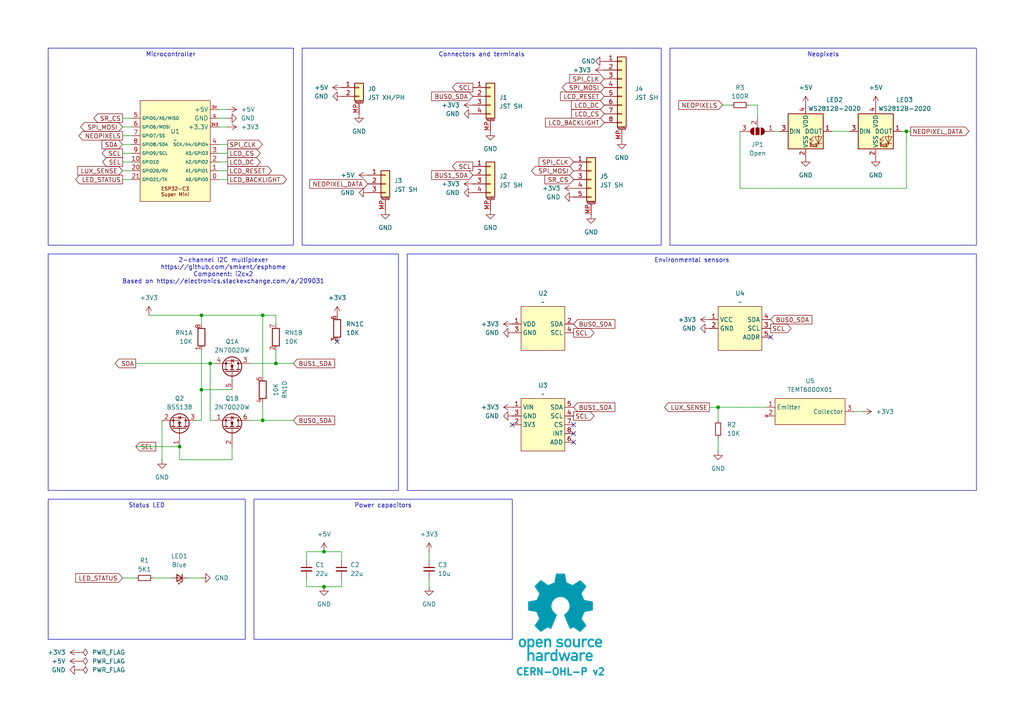
<source format=kicad_sch>
(kicad_sch (version 20231120) (generator "eeschema") (generator_version "8.0")
  (paper "A4")
  (lib_symbols
    (symbol "Connector_Generic_MountingPin:Conn_01x02_MountingPin" (pin_names (offset 1.016) hide)
      (property "Reference" "J" (at 0 2.54 0))
      (property "Value" "Conn_01x02_MountingPin" (at 1.27 -5.08 0))
      (symbol "Conn_01x02_MountingPin_1_1"
        (rectangle (start -1.27 -2.413) (end 0 -2.667) (stroke (width 0.1524)))
        (rectangle (start -1.27 0.127) (end 0 -0.127) (stroke (width 0.1524)))
        (rectangle (start -1.27 1.27) (end 1.27 -3.81) (stroke (width 0.254)) (fill (type background)))
        (polyline (pts (xy -1.016 -4.572) (xy 1.016 -4.572)) (stroke (width 0.1524)))
        (text "Mounting" (at 0 -4.191 0) (effects (font (size 0.381 0.381))))
        (pin passive line (at -5.08 0 0) (length 3.81) (name "Pin_1") (number "1"))
        (pin passive line (at -5.08 -2.54 0) (length 3.81) (name "Pin_2") (number "2"))
        (pin passive line (at 0 -7.62 90) (length 3.048) (name "MountPin") (number "MP"))
      )
    )
    (symbol "Connector_Generic_MountingPin:Conn_01x03_MountingPin" (pin_names (offset 1.016) hide)
      (property "Reference" "J" (at 0 5.08 0))
      (property "Value" "Conn_01x03_MountingPin" (at 1.27 -5.08 0))
      (symbol "Conn_01x03_MountingPin_1_1"
        (rectangle (start -1.27 -2.413) (end 0 -2.667) (stroke (width 0.1524)))
        (rectangle (start -1.27 0.127) (end 0 -0.127) (stroke (width 0.1524)))
        (rectangle (start -1.27 2.667) (end 0 2.413) (stroke (width 0.1524)))
        (rectangle (start -1.27 3.81) (end 1.27 -3.81) (stroke (width 0.254)) (fill (type background)))
        (polyline (pts (xy -1.016 -4.572) (xy 1.016 -4.572)) (stroke (width 0.1524)))
        (text "Mounting" (at 0 -4.191 0) (effects (font (size 0.381 0.381))))
        (pin passive line (at -5.08 2.54 0) (length 3.81) (name "Pin_1") (number "1"))
        (pin passive line (at -5.08 0 0) (length 3.81) (name "Pin_2") (number "2"))
        (pin passive line (at -5.08 -2.54 0) (length 3.81) (name "Pin_3") (number "3"))
        (pin passive line (at 0 -7.62 90) (length 3.048) (name "MountPin") (number "MP"))
      )
    )
    (symbol "Connector_Generic_MountingPin:Conn_01x04_MountingPin" (pin_names (offset 1.016) hide)
      (property "Reference" "J" (at 0 5.08 0))
      (property "Value" "Conn_01x04_MountingPin" (at 1.27 -7.62 0))
      (symbol "Conn_01x04_MountingPin_1_1"
        (rectangle (start -1.27 -4.953) (end 0 -5.207) (stroke (width 0.1524)))
        (rectangle (start -1.27 -2.413) (end 0 -2.667) (stroke (width 0.1524)))
        (rectangle (start -1.27 0.127) (end 0 -0.127) (stroke (width 0.1524)))
        (rectangle (start -1.27 2.667) (end 0 2.413) (stroke (width 0.1524)))
        (rectangle (start -1.27 3.81) (end 1.27 -6.35) (stroke (width 0.254)) (fill (type background)))
        (polyline (pts (xy -1.016 -7.112) (xy 1.016 -7.112)) (stroke (width 0.1524)))
        (text "Mounting" (at 0 -6.731 0) (effects (font (size 0.381 0.381))))
        (pin passive line (at -5.08 2.54 0) (length 3.81) (name "Pin_1") (number "1"))
        (pin passive line (at -5.08 0 0) (length 3.81) (name "Pin_2") (number "2"))
        (pin passive line (at -5.08 -2.54 0) (length 3.81) (name "Pin_3") (number "3"))
        (pin passive line (at -5.08 -5.08 0) (length 3.81) (name "Pin_4") (number "4"))
        (pin passive line (at 0 -10.16 90) (length 3.048) (name "MountPin") (number "MP"))
      )
    )
    (symbol "Connector_Generic_MountingPin:Conn_01x05_MountingPin" (pin_names (offset 1.016) hide)
      (property "Reference" "J" (at 0 7.62 0))
      (property "Value" "Conn_01x05_MountingPin" (at 1.27 -7.62 0))
      (symbol "Conn_01x05_MountingPin_1_1"
        (rectangle (start -1.27 -4.953) (end 0 -5.207) (stroke (width 0.1524)))
        (rectangle (start -1.27 -2.413) (end 0 -2.667) (stroke (width 0.1524)))
        (rectangle (start -1.27 0.127) (end 0 -0.127) (stroke (width 0.1524)))
        (rectangle (start -1.27 2.667) (end 0 2.413) (stroke (width 0.1524)))
        (rectangle (start -1.27 5.207) (end 0 4.953) (stroke (width 0.1524)))
        (rectangle (start -1.27 6.35) (end 1.27 -6.35) (stroke (width 0.254)) (fill (type background)))
        (polyline (pts (xy -1.016 -7.112) (xy 1.016 -7.112)) (stroke (width 0.1524)))
        (text "Mounting" (at 0 -6.731 0) (effects (font (size 0.381 0.381))))
        (pin passive line (at -5.08 5.08 0) (length 3.81) (name "Pin_1") (number "1"))
        (pin passive line (at -5.08 2.54 0) (length 3.81) (name "Pin_2") (number "2"))
        (pin passive line (at -5.08 0 0) (length 3.81) (name "Pin_3") (number "3"))
        (pin passive line (at -5.08 -2.54 0) (length 3.81) (name "Pin_4") (number "4"))
        (pin passive line (at -5.08 -5.08 0) (length 3.81) (name "Pin_5") (number "5"))
        (pin passive line (at 0 -10.16 90) (length 3.048) (name "MountPin") (number "MP"))
      )
    )
    (symbol "Connector_Generic_MountingPin:Conn_01x08_MountingPin" (pin_names (offset 1.016) hide)
      (property "Reference" "J" (at 0 10.16 0))
      (property "Value" "Conn_01x08_MountingPin" (at 1.27 -12.7 0))
      (symbol "Conn_01x08_MountingPin_1_1"
        (rectangle (start -1.27 -10.033) (end 0 -10.287) (stroke (width 0.1524)))
        (rectangle (start -1.27 -7.493) (end 0 -7.747) (stroke (width 0.1524)))
        (rectangle (start -1.27 -4.953) (end 0 -5.207) (stroke (width 0.1524)))
        (rectangle (start -1.27 -2.413) (end 0 -2.667) (stroke (width 0.1524)))
        (rectangle (start -1.27 0.127) (end 0 -0.127) (stroke (width 0.1524)))
        (rectangle (start -1.27 2.667) (end 0 2.413) (stroke (width 0.1524)))
        (rectangle (start -1.27 5.207) (end 0 4.953) (stroke (width 0.1524)))
        (rectangle (start -1.27 7.747) (end 0 7.493) (stroke (width 0.1524)))
        (rectangle (start -1.27 8.89) (end 1.27 -11.43) (stroke (width 0.254)) (fill (type background)))
        (polyline (pts (xy -1.016 -12.192) (xy 1.016 -12.192)) (stroke (width 0.1524)))
        (text "Mounting" (at 0 -11.811 0) (effects (font (size 0.381 0.381))))
        (pin passive line (at -5.08 7.62 0) (length 3.81) (name "Pin_1") (number "1"))
        (pin passive line (at -5.08 5.08 0) (length 3.81) (name "Pin_2") (number "2"))
        (pin passive line (at -5.08 2.54 0) (length 3.81) (name "Pin_3") (number "3"))
        (pin passive line (at -5.08 0 0) (length 3.81) (name "Pin_4") (number "4"))
        (pin passive line (at -5.08 -2.54 0) (length 3.81) (name "Pin_5") (number "5"))
        (pin passive line (at -5.08 -5.08 0) (length 3.81) (name "Pin_6") (number "6"))
        (pin passive line (at -5.08 -7.62 0) (length 3.81) (name "Pin_7") (number "7"))
        (pin passive line (at -5.08 -10.16 0) (length 3.81) (name "Pin_8") (number "8"))
        (pin passive line (at 0 -15.24 90) (length 3.048) (name "MountPin") (number "MP"))
      )
    )
    (symbol "Device:C_Small" (pin_numbers hide) (pin_names (offset 0.254) hide)
      (property "Reference" "C" (at 0.254 1.778 0))
      (property "Value" "C_Small" (at 0.254 -2.032 0))
      (symbol "C_Small_0_1"
        (polyline (pts (xy -1.524 -0.508) (xy 1.524 -0.508)) (stroke (width 0.3302)))
        (polyline (pts (xy -1.524 0.508) (xy 1.524 0.508)) (stroke (width 0.3048)))
      )
      (symbol "C_Small_1_1"
        (pin passive line (at 0 2.54 270) (length 2.032) (name "~") (number "1"))
        (pin passive line (at 0 -2.54 90) (length 2.032) (name "~") (number "2"))
      )
    )
    (symbol "Device:LED_Small" (pin_numbers hide) (pin_names (offset 0.254) hide)
      (property "Reference" "D" (at -1.27 3.175 0))
      (property "Value" "LED_Small" (at -4.445 -2.54 0))
      (symbol "LED_Small_0_1"
        (polyline (pts (xy -0.762 -1.016) (xy -0.762 1.016)) (stroke (width 0.254)))
        (polyline (pts (xy 1.016 0) (xy -0.762 0)))
        (polyline (pts (xy 0.762 -1.016) (xy -0.762 0) (xy 0.762 1.016) (xy 0.762 -1.016)) (stroke (width 0.254)))
        (polyline (pts (xy 0 0.762) (xy -0.508 1.27) (xy -0.254 1.27) (xy -0.508 1.27) (xy -0.508 1.016)))
        (polyline (pts (xy 0.508 1.27) (xy 0 1.778) (xy 0.254 1.778) (xy 0 1.778) (xy 0 1.524)))
      )
      (symbol "LED_Small_1_1"
        (pin passive line (at -2.54 0 0) (length 1.778) (name "K") (number "1"))
        (pin passive line (at 2.54 0 180) (length 1.778) (name "A") (number "2"))
      )
    )
    (symbol "Device:R_Pack04_Split" (pin_names (offset 0) hide)
      (property "Reference" "RN" (at 2.032 0 90))
      (property "Value" "R_Pack04_Split" (at 0 0 90))
      (symbol "R_Pack04_Split_0_1"
        (rectangle (start 1.016 2.54) (end -1.016 -2.54) (stroke (width 0.254)))
      )
      (symbol "R_Pack04_Split_1_1"
        (pin passive line (at 0 -3.81 90) (length 1.27) (name "R1.1") (number "1"))
        (pin passive line (at 0 3.81 270) (length 1.27) (name "R1.2") (number "8"))
      )
      (symbol "R_Pack04_Split_2_1"
        (pin passive line (at 0 -3.81 90) (length 1.27) (name "R2.1") (number "2"))
        (pin passive line (at 0 3.81 270) (length 1.27) (name "R2.2") (number "7"))
      )
      (symbol "R_Pack04_Split_3_1"
        (pin passive line (at 0 -3.81 90) (length 1.27) (name "R3.1") (number "3"))
        (pin passive line (at 0 3.81 270) (length 1.27) (name "R3.2") (number "6"))
      )
      (symbol "R_Pack04_Split_4_1"
        (pin passive line (at 0 -3.81 90) (length 1.27) (name "R4.1") (number "4"))
        (pin passive line (at 0 3.81 270) (length 1.27) (name "R4.2") (number "5"))
      )
    )
    (symbol "Device:R_Small" (pin_numbers hide) (pin_names (offset 0.254) hide)
      (property "Reference" "R" (at 0.762 0.508 0))
      (property "Value" "R_Small" (at 0.762 -1.016 0))
      (symbol "R_Small_0_1"
        (rectangle (start -0.762 1.778) (end 0.762 -1.778) (stroke (width 0.2032)))
      )
      (symbol "R_Small_1_1"
        (pin passive line (at 0 2.54 270) (length 0.762) (name "~") (number "1"))
        (pin passive line (at 0 -2.54 90) (length 0.762) (name "~") (number "2"))
      )
    )
    (symbol "Jumper:SolderJumper_3_Open" (pin_names (offset 0) hide) (exclude_from_sim yes) (in_bom no)
      (property "Reference" "JP" (at -2.54 -2.54 0))
      (property "Value" "SolderJumper_3_Open" (at 0 2.794 0))
      (symbol "SolderJumper_3_Open_0_1"
        (arc (start -1.016 1.016) (mid -2.0276 0) (end -1.016 -1.016))
        (arc (start -1.016 1.016) (mid -2.0276 0) (end -1.016 -1.016) (fill (type outline)))
        (rectangle (start -0.508 1.016) (end 0.508 -1.016) (fill (type outline)))
        (polyline (pts (xy -2.54 0) (xy -2.032 0)))
        (polyline (pts (xy -1.016 1.016) (xy -1.016 -1.016)))
        (polyline (pts (xy 0 -1.27) (xy 0 -1.016)))
        (polyline (pts (xy 1.016 1.016) (xy 1.016 -1.016)))
        (polyline (pts (xy 2.54 0) (xy 2.032 0)))
        (arc (start 1.016 -1.016) (mid 2.0276 0) (end 1.016 1.016))
        (arc (start 1.016 -1.016) (mid 2.0276 0) (end 1.016 1.016) (fill (type outline)))
      )
      (symbol "SolderJumper_3_Open_1_1"
        (pin passive line (at -5.08 0 0) (length 2.54) (name "A") (number "1"))
        (pin passive line (at 0 -3.81 90) (length 2.54) (name "C") (number "2"))
        (pin passive line (at 5.08 0 180) (length 2.54) (name "B") (number "3"))
      )
    )
    (symbol "LED:WS2812B-2020" (pin_names (offset 0.254))
      (property "Reference" "D" (at 5.08 5.715 0))
      (property "Value" "WS2812B-2020" (at 1.27 -5.715 0))
      (symbol "WS2812B-2020_0_0"
        (text "RGB" (at 2.286 -4.191 0) (effects (font (size 0.762 0.762))))
      )
      (symbol "WS2812B-2020_0_1"
        (polyline (pts (xy 1.27 -3.556) (xy 1.778 -3.556)))
        (polyline (pts (xy 1.27 -2.54) (xy 1.778 -2.54)))
        (polyline (pts (xy 4.699 -3.556) (xy 2.667 -3.556)))
        (polyline (pts (xy 2.286 -2.54) (xy 1.27 -3.556) (xy 1.27 -3.048)))
        (polyline (pts (xy 2.286 -1.524) (xy 1.27 -2.54) (xy 1.27 -2.032)))
        (polyline (pts (xy 3.683 -1.016) (xy 3.683 -3.556) (xy 3.683 -4.064)))
        (polyline (pts (xy 4.699 -1.524) (xy 2.667 -1.524) (xy 3.683 -3.556) (xy 4.699 -1.524)))
        (rectangle (start 5.08 5.08) (end -5.08 -5.08) (stroke (width 0.254)) (fill (type background)))
      )
      (symbol "WS2812B-2020_1_1"
        (pin output line (at 7.62 0 180) (length 2.54) (name "DOUT") (number "1"))
        (pin power_in line (at 0 -7.62 90) (length 2.54) (name "VSS") (number "2"))
        (pin input line (at -7.62 0 0) (length 2.54) (name "DIN") (number "3"))
        (pin power_in line (at 0 7.62 270) (length 2.54) (name "VDD") (number "4"))
      )
    )
    (symbol "Transistor_FET:BSS138" (pin_names hide)
      (property "Reference" "Q" (at 5.08 1.905 0))
      (property "Value" "BSS138" (at 5.08 0 0))
      (symbol "BSS138_0_1"
        (polyline (pts (xy 0.254 0) (xy -2.54 0)))
        (polyline (pts (xy 0.254 1.905) (xy 0.254 -1.905)) (stroke (width 0.254)))
        (polyline (pts (xy 0.762 -1.27) (xy 0.762 -2.286)) (stroke (width 0.254)))
        (polyline (pts (xy 0.762 0.508) (xy 0.762 -0.508)) (stroke (width 0.254)))
        (polyline (pts (xy 0.762 2.286) (xy 0.762 1.27)) (stroke (width 0.254)))
        (polyline (pts (xy 2.54 2.54) (xy 2.54 1.778)))
        (polyline (pts (xy 2.54 -2.54) (xy 2.54 0) (xy 0.762 0)))
        (polyline (pts (xy 0.762 -1.778) (xy 3.302 -1.778) (xy 3.302 1.778) (xy 0.762 1.778)))
        (polyline (pts (xy 1.016 0) (xy 2.032 0.381) (xy 2.032 -0.381) (xy 1.016 0)) (fill (type outline)))
        (polyline (pts (xy 2.794 0.508) (xy 2.921 0.381) (xy 3.683 0.381) (xy 3.81 0.254)))
        (polyline (pts (xy 3.302 0.381) (xy 2.921 -0.254) (xy 3.683 -0.254) (xy 3.302 0.381)))
        (circle (center 1.651 0) (radius 2.794) (stroke (width 0.254)))
        (circle (center 2.54 -1.778) (radius 0.254) (fill (type outline)))
        (circle (center 2.54 1.778) (radius 0.254) (fill (type outline)))
      )
      (symbol "BSS138_1_1"
        (pin input line (at -5.08 0 0) (length 2.54) (name "G") (number "1"))
        (pin passive line (at 2.54 -5.08 90) (length 2.54) (name "S") (number "2"))
        (pin passive line (at 2.54 5.08 270) (length 2.54) (name "D") (number "3"))
      )
    )
    (symbol "aliexpress:AHT20+BMP280"
      (property "Reference" "U" (at 0 12.7 0))
      (property "Footprint" "aliexpress:AHT20+BMP280" (at 0 10.16 0))
      (symbol "AHT20+BMP280_0_1"
        (rectangle (start -6.35 6.35) (end 6.35 -6.35) (fill (type background)))
      )
      (symbol "AHT20+BMP280_1_1"
        (pin power_in line (at -8.89 1.27 0) (length 2.54) (name "VDD") (number "1"))
        (pin bidirectional line (at 8.89 1.27 180) (length 2.54) (name "SDA") (number "2"))
        (pin power_in line (at -8.89 -1.27 0) (length 2.54) (name "GND") (number "3"))
        (pin input line (at 8.89 -1.27 180) (length 2.54) (name "SCL") (number "4"))
      )
    )
    (symbol "aliexpress:BH1750"
      (property "Reference" "U" (at 0 10.16 0))
      (property "Footprint" "aliexpress:BH1750" (at 0.635 8.255 0))
      (symbol "BH1750_0_1"
        (rectangle (start -6.35 6.35) (end 6.35 -6.35) (fill (type background)))
      )
      (symbol "BH1750_1_1"
        (pin power_in line (at -8.89 2.54 0) (length 2.54) (name "VCC") (number "1"))
        (pin power_in line (at -8.89 0 0) (length 2.54) (name "GND") (number "2"))
        (pin input line (at 8.89 0 180) (length 2.54) (name "SCL") (number "3"))
        (pin bidirectional line (at 8.89 2.54 180) (length 2.54) (name "SDA") (number "4"))
        (pin input line (at 8.89 -2.54 180) (length 2.54) (name "ADDR") (number "5"))
      )
    )
    (symbol "aliexpress:ENS160+AHT2x"
      (property "Reference" "U" (at 0 11.43 0))
      (property "Footprint" "aliexpress:ENS160+AHT2x" (at 0.635 9.525 0))
      (symbol "ENS160+AHT2x_0_1"
        (rectangle (start -6.35 7.62) (end 6.35 -7.62) (fill (type background)))
      )
      (symbol "ENS160+AHT2x_1_1"
        (pin power_in line (at -8.89 5.08 0) (length 2.54) (name "VIN") (number "1"))
        (pin power_out line (at -8.89 0 0) (length 2.54) (name "3V3") (number "2"))
        (pin power_in line (at -8.89 2.54 0) (length 2.54) (name "GND") (number "3"))
        (pin input line (at 8.89 2.54 180) (length 2.54) (name "SCL") (number "4"))
        (pin bidirectional line (at 8.89 5.08 180) (length 2.54) (name "SDA") (number "5"))
        (pin input line (at 8.89 -5.08 180) (length 2.54) (name "ADD") (number "6"))
        (pin input line (at 8.89 0 180) (length 2.54) (name "CS") (number "7"))
        (pin output line (at 8.89 -2.54 180) (length 2.54) (name "INT") (number "8"))
      )
    )
    (symbol "aliexpress:ESP32-C3-Super-Mini"
      (property "Reference" "U" (at 0 18.288 0))
      (symbol "ESP32-C3-Super-Mini_0_1"
        (rectangle (start -10.16 13.97) (end 10.16 -15.24) (fill (type background)))
      )
      (symbol "ESP32-C3-Super-Mini_1_1"
        (text_box "ESP32-C3\nSuper Mini" (at -7.62 -10.16 0) (size 15.24 -5.08) (stroke (width -0.0001)) (effects (font (size 1.016 1.016)) (justify top)))
        (pin passive line (at 12.7 -8.89 180) (length 2.54) (name "A0/GPIO0") (number "0"))
        (pin passive line (at 12.7 -6.35 180) (length 2.54) (name "A1/GPIO1") (number "1"))
        (pin passive line (at -12.7 -3.81 0) (length 2.54) (name "GPIO10") (number "10"))
        (pin passive line (at 12.7 -3.81 180) (length 2.54) (name "A2/GPIO2") (number "2"))
        (pin passive line (at -12.7 -6.35 0) (length 2.54) (name "GPIO20/RX") (number "20"))
        (pin passive line (at -12.7 -8.89 0) (length 2.54) (name "GPIO21/TX") (number "21"))
        (pin passive line (at 12.7 -1.27 180) (length 2.54) (name "A3/GPIO3") (number "3"))
        (pin power_in line (at 12.7 6.35 180) (length 2.54) (name "+3.3V") (number "3V3"))
        (pin passive line (at 12.7 1.27 180) (length 2.54) (name "SCK/A4/GPIO4") (number "4"))
        (pin passive line (at -12.7 8.89 0) (length 2.54) (name "GPIO5/A5/MISO") (number "5"))
        (pin power_in line (at 12.7 11.43 180) (length 2.54) (name "+5V") (number "5V"))
        (pin passive line (at -12.7 6.35 0) (length 2.54) (name "GPIO6/MOSI") (number "6"))
        (pin passive line (at -12.7 3.81 0) (length 2.54) (name "GPIO7/SS") (number "7"))
        (pin passive line (at -12.7 1.27 0) (length 2.54) (name "GPIO8/SDA") (number "8"))
        (pin passive line (at -12.7 -1.27 0) (length 2.54) (name "GPIO9/SCL") (number "9"))
        (pin power_in line (at 12.7 8.89 180) (length 2.54) (name "GND") (number "G"))
      )
    )
    (symbol "lcsc:2N7002DW" (pin_names hide)
      (property "Reference" "Q" (at 5.08 1.905 0))
      (property "Value" "2N7002DW" (at 5.08 0 0))
      (symbol "2N7002DW_0_1"
        (polyline (pts (xy 0.254 0) (xy -2.54 0)))
        (polyline (pts (xy 0.254 1.905) (xy 0.254 -1.905)) (stroke (width 0.254)))
        (polyline (pts (xy 0.762 -1.27) (xy 0.762 -2.286)) (stroke (width 0.254)))
        (polyline (pts (xy 0.762 0.508) (xy 0.762 -0.508)) (stroke (width 0.254)))
        (polyline (pts (xy 0.762 2.286) (xy 0.762 1.27)) (stroke (width 0.254)))
        (polyline (pts (xy 2.54 2.54) (xy 2.54 1.778)))
        (polyline (pts (xy 2.54 -2.54) (xy 2.54 0) (xy 0.762 0)))
        (polyline (pts (xy 0.762 -1.778) (xy 3.302 -1.778) (xy 3.302 1.778) (xy 0.762 1.778)))
        (polyline (pts (xy 1.016 0) (xy 2.032 0.381) (xy 2.032 -0.381) (xy 1.016 0)) (fill (type outline)))
        (polyline (pts (xy 2.794 0.508) (xy 2.921 0.381) (xy 3.683 0.381) (xy 3.81 0.254)))
        (polyline (pts (xy 3.302 0.381) (xy 2.921 -0.254) (xy 3.683 -0.254) (xy 3.302 0.381)))
        (circle (center 1.651 0) (radius 2.794) (stroke (width 0.254)))
        (circle (center 2.54 -1.778) (radius 0.254) (fill (type outline)))
        (circle (center 2.54 1.778) (radius 0.254) (fill (type outline)))
      )
      (symbol "2N7002DW_1_1"
        (pin passive line (at 2.54 5.08 270) (length 2.54) (name "D") (number "3"))
        (pin passive line (at 2.54 -5.08 90) (length 2.54) (name "S") (number "4"))
        (pin input line (at -5.08 0 0) (length 2.54) (name "G") (number "5"))
      )
      (symbol "2N7002DW_2_1"
        (pin passive line (at 2.54 -5.08 90) (length 2.54) (name "S") (number "1"))
        (pin input line (at -5.08 0 0) (length 2.54) (name "G") (number "2"))
        (pin passive line (at 2.54 5.08 270) (length 2.54) (name "D") (number "6"))
      )
    )
    (symbol "lcsc:TEMT6000X01"
      (property "Reference" "U" (at 0 6.35 0))
      (property "Value" "TEMT6000X01" (at 0 -6.35 0))
      (symbol "TEMT6000X01_0_1"
        (rectangle (start -10.16 3.81) (end 10.16 -3.81) (fill (type background)))
      )
      (symbol "TEMT6000X01_1_1"
        (pin passive line (at -12.7 1.27 0) (length 2.54) (name "Emitter") (number "1"))
        (pin no_connect line (at -12.7 -1.27 0) (length 2.54) (name "") (number "2"))
        (pin passive line (at 12.7 0 180) (length 2.54) (name "Collector") (number "3"))
      )
    )
    (symbol "power:+3V3" (power) (pin_numbers hide) (pin_names (offset 0) hide)
      (property "Value" "+3V3" (at 0 3.556 0))
      (symbol "+3V3_0_1"
        (polyline (pts (xy -0.762 1.27) (xy 0 2.54)))
        (polyline (pts (xy 0 0) (xy 0 2.54)))
        (polyline (pts (xy 0 2.54) (xy 0.762 1.27)))
      )
      (symbol "+3V3_1_1"
        (pin power_in line (at 0 0 90) (length 0) (name "~") (number "1"))
      )
    )
    (symbol "power:+5V" (power) (pin_numbers hide) (pin_names (offset 0) hide)
      (property "Value" "+5V" (at 0 3.556 0))
      (symbol "+5V_0_1"
        (polyline (pts (xy -0.762 1.27) (xy 0 2.54)))
        (polyline (pts (xy 0 0) (xy 0 2.54)))
        (polyline (pts (xy 0 2.54) (xy 0.762 1.27)))
      )
      (symbol "+5V_1_1"
        (pin power_in line (at 0 0 90) (length 0) (name "~") (number "1"))
      )
    )
    (symbol "power:GND" (power) (pin_numbers hide) (pin_names (offset 0) hide)
      (property "Value" "GND" (at 0 -3.81 0))
      (symbol "GND_0_1"
        (polyline (pts (xy 0 0) (xy 0 -1.27) (xy 1.27 -1.27) (xy 0 -2.54) (xy -1.27 -1.27) (xy 0 -1.27)))
      )
      (symbol "GND_1_1"
        (pin power_in line (at 0 0 270) (length 0) (name "~") (number "1"))
      )
    )
    (symbol "power:PWR_FLAG" (power) (pin_numbers hide) (pin_names (offset 0) hide)
      (property "Value" "PWR_FLAG" (at 0 3.81 0))
      (symbol "PWR_FLAG_0_0"
        (pin power_out line (at 0 0 90) (length 0) (name "~") (number "1"))
      )
      (symbol "PWR_FLAG_0_1"
        (polyline (pts (xy 0 0) (xy 0 1.27) (xy -1.016 1.905) (xy 0 2.54) (xy 1.016 1.905) (xy 0 1.27)))
      )
    )
  )
  (junction (at 93.98 170.18))
  (junction (at 262.89 38.1))
  (junction (at 76.2 121.92))
  (junction (at 58.42 91.44))
  (junction (at 76.2 91.44))
  (junction (at 60.96 105.41))
  (junction (at 93.98 160.02))
  (junction (at 52.07 129.54))
  (junction (at 80.01 105.41))
  (junction (at 58.42 113.03))
  (junction (at 208.28 118.11))
  (no_connect (at 148.59 123.19))
  (no_connect (at 223.52 97.79))
  (no_connect (at 166.37 128.27))
  (no_connect (at 166.37 125.73))
  (no_connect (at 166.37 123.19))
  (no_connect (at 97.79 99.06))
  (wire (pts (xy 224.79 38.1) (xy 226.06 38.1)))
  (wire (pts (xy 39.37 105.41) (xy 60.96 105.41)))
  (wire (pts (xy 58.42 101.6) (xy 58.42 113.03)))
  (wire (pts (xy 209.55 30.48) (xy 212.09 30.48)))
  (wire (pts (xy 66.04 41.91) (xy 63.5 41.91)))
  (wire (pts (xy 250.19 119.38) (xy 247.65 119.38)))
  (wire (pts (xy 35.56 49.53) (xy 38.1 49.53)))
  (wire (pts (xy 35.56 44.45) (xy 38.1 44.45)))
  (wire (pts (xy 80.01 101.6) (xy 80.01 105.41)))
  (wire (pts (xy 208.28 118.11) (xy 208.28 121.92)))
  (wire (pts (xy 35.56 52.07) (xy 38.1 52.07)))
  (wire (pts (xy 58.42 113.03) (xy 67.31 113.03)))
  (wire (pts (xy 63.5 52.07) (xy 66.04 52.07)))
  (wire (pts (xy 72.39 121.92) (xy 76.2 121.92)))
  (wire (pts (xy 52.07 133.35) (xy 67.31 133.35)))
  (wire (pts (xy 35.56 46.99) (xy 38.1 46.99)))
  (wire (pts (xy 88.9 170.18) (xy 93.98 170.18)))
  (wire (pts (xy 124.46 162.56) (xy 124.46 160.02)))
  (wire (pts (xy 88.9 160.02) (xy 93.98 160.02)))
  (wire (pts (xy 35.56 34.29) (xy 38.1 34.29)))
  (wire (pts (xy 208.28 118.11) (xy 222.25 118.11)))
  (wire (pts (xy 63.5 49.53) (xy 66.04 49.53)))
  (wire (pts (xy 39.37 129.54) (xy 52.07 129.54)))
  (wire (pts (xy 62.23 105.41) (xy 60.96 105.41)))
  (wire (pts (xy 80.01 91.44) (xy 80.01 93.98)))
  (wire (pts (xy 262.89 38.1) (xy 264.16 38.1)))
  (wire (pts (xy 99.06 167.64) (xy 99.06 170.18)))
  (wire (pts (xy 43.18 91.44) (xy 58.42 91.44)))
  (wire (pts (xy 52.07 133.35) (xy 52.07 129.54)))
  (wire (pts (xy 58.42 113.03) (xy 58.42 121.92)))
  (wire (pts (xy 54.61 167.64) (xy 58.42 167.64)))
  (wire (pts (xy 88.9 167.64) (xy 88.9 170.18)))
  (wire (pts (xy 205.74 118.11) (xy 208.28 118.11)))
  (wire (pts (xy 124.46 167.64) (xy 124.46 170.18)))
  (wire (pts (xy 35.56 36.83) (xy 38.1 36.83)))
  (wire (pts (xy 219.71 30.48) (xy 219.71 34.29)))
  (wire (pts (xy 72.39 105.41) (xy 80.01 105.41)))
  (wire (pts (xy 60.96 121.92) (xy 62.23 121.92)))
  (wire (pts (xy 58.42 91.44) (xy 58.42 93.98)))
  (wire (pts (xy 35.56 39.37) (xy 38.1 39.37)))
  (wire (pts (xy 67.31 133.35) (xy 67.31 129.54)))
  (wire (pts (xy 66.04 36.83) (xy 63.5 36.83)))
  (wire (pts (xy 58.42 91.44) (xy 76.2 91.44)))
  (wire (pts (xy 99.06 170.18) (xy 93.98 170.18)))
  (wire (pts (xy 66.04 44.45) (xy 63.5 44.45)))
  (wire (pts (xy 76.2 91.44) (xy 76.2 109.22)))
  (wire (pts (xy 46.99 121.92) (xy 46.99 133.35)))
  (wire (pts (xy 80.01 105.41) (xy 85.09 105.41)))
  (wire (pts (xy 57.15 121.92) (xy 58.42 121.92)))
  (wire (pts (xy 44.45 167.64) (xy 49.53 167.64)))
  (wire (pts (xy 63.5 34.29) (xy 66.04 34.29)))
  (wire (pts (xy 66.04 46.99) (xy 63.5 46.99)))
  (wire (pts (xy 88.9 162.56) (xy 88.9 160.02)))
  (wire (pts (xy 241.3 38.1) (xy 246.38 38.1)))
  (wire (pts (xy 262.89 54.61) (xy 262.89 38.1)))
  (wire (pts (xy 217.17 30.48) (xy 219.71 30.48)))
  (wire (pts (xy 35.56 167.64) (xy 39.37 167.64)))
  (wire (pts (xy 208.28 127) (xy 208.28 130.81)))
  (wire (pts (xy 63.5 31.75) (xy 66.04 31.75)))
  (wire (pts (xy 261.62 38.1) (xy 262.89 38.1)))
  (wire (pts (xy 99.06 162.56) (xy 99.06 160.02)))
  (wire (pts (xy 76.2 91.44) (xy 80.01 91.44)))
  (wire (pts (xy 93.98 160.02) (xy 99.06 160.02)))
  (wire (pts (xy 214.63 38.1) (xy 214.63 54.61)))
  (wire (pts (xy 35.56 41.91) (xy 38.1 41.91)))
  (wire (pts (xy 60.96 105.41) (xy 60.96 121.92)))
  (wire (pts (xy 214.63 54.61) (xy 262.89 54.61)))
  (wire (pts (xy 76.2 121.92) (xy 85.09 121.92)))
  (wire (pts (xy 76.2 116.84) (xy 76.2 121.92)))
  (image (at 162.56 179.07) (scale 0.37481))
  (text_box "2-channel I2C multiplexer\nhttps://github.com/smkent/esphome\nComponent: i2cx2\nBased on https://electronics.stackexchange.com/a/209031" (at 13.97 73.66 0) (size 101.6 68.58) (effects (font (size 1.27 1.27)) (justify top)))
  (text_box "Environmental sensors" (at 118.11 73.66 0) (size 165.1 68.58) (effects (font (size 1.27 1.27)) (justify top)))
  (text_box "Microcontroller" (at 13.97 13.97 0) (size 71.12 57.15) (effects (font (size 1.27 1.27)) (justify top)))
  (text_box "Power capacitors" (at 73.66 144.78 0) (size 74.93 40.64) (effects (font (size 1.27 1.27)) (justify top)))
  (text_box "Neopixels" (at 194.31 13.97 0) (size 88.9 57.15) (effects (font (size 1.27 1.27)) (justify top)))
  (text_box "Status LED" (at 13.97 144.78 0) (size 57.15 40.64) (effects (font (size 1.27 1.27)) (justify top)))
  (text_box "Connectors and terminals" (at 87.63 13.97 0) (size 104.14 57.15) (effects (font (size 1.27 1.27)) (justify top)))
  (text "CERN-OHL-P v2" (at 162.56 195.072 0) (effects (font (size 2 2) (thickness 0.4) (bold yes))))
  (global_label "SCL" (shape output) (at 166.37 120.65 0) (property "Intersheetrefs" "${INTERSHEET_REFS}" (effects (hide yes))))
  (global_label "SEL" (shape input) (at 39.37 129.54 0) (property "Intersheetrefs" "${INTERSHEET_REFS}" (effects (hide yes))))
  (global_label "LCD_DC" (shape input) (at 175.26 30.48 180) (property "Intersheetrefs" "${INTERSHEET_REFS}" (effects (hide yes))))
  (global_label "LCD_BACKLIGHT" (shape input) (at 175.26 35.56 180) (property "Intersheetrefs" "${INTERSHEET_REFS}" (effects (hide yes))))
  (global_label "LED_STATUS" (shape input) (at 35.56 167.64 180) (property "Intersheetrefs" "${INTERSHEET_REFS}" (effects (hide yes))))
  (global_label "LCD_DC" (shape output) (at 66.04 46.99 0) (property "Intersheetrefs" "${INTERSHEET_REFS}" (effects (hide yes))))
  (global_label "SR_CS" (shape input) (at 166.37 52.07 180) (property "Intersheetrefs" "${INTERSHEET_REFS}" (effects (hide yes))))
  (global_label "SPI_MOSI" (shape bidirectional) (at 166.37 49.53 180) (property "Intersheetrefs" "${INTERSHEET_REFS}" (effects (hide yes))))
  (global_label "NEOPIXEL_DATA" (shape input) (at 106.68 53.34 180) (property "Intersheetrefs" "${INTERSHEET_REFS}" (effects (hide yes))))
  (global_label "SDA" (shape input) (at 35.56 41.91 180) (property "Intersheetrefs" "${INTERSHEET_REFS}" (effects (hide yes))))
  (global_label "BUS0_SDA" (shape input) (at 166.37 93.98 0) (property "Intersheetrefs" "${INTERSHEET_REFS}" (effects (hide yes))))
  (global_label "SPI_CLK" (shape input) (at 166.37 46.99 180) (property "Intersheetrefs" "${INTERSHEET_REFS}" (effects (hide yes))))
  (global_label "LUX_SENSE" (shape input) (at 35.56 49.53 180) (property "Intersheetrefs" "${INTERSHEET_REFS}" (effects (hide yes))))
  (global_label "SPI_CLK" (shape output) (at 66.04 41.91 0) (property "Intersheetrefs" "${INTERSHEET_REFS}" (effects (hide yes))))
  (global_label "LED_STATUS" (shape output) (at 35.56 52.07 180) (property "Intersheetrefs" "${INTERSHEET_REFS}" (effects (hide yes))))
  (global_label "SCL" (shape output) (at 35.56 44.45 180) (property "Intersheetrefs" "${INTERSHEET_REFS}" (effects (hide yes))))
  (global_label "LUX_SENSE" (shape output) (at 205.74 118.11 180) (property "Intersheetrefs" "${INTERSHEET_REFS}" (effects (hide yes))))
  (global_label "BUS1_SDA" (shape input) (at 137.16 50.8 180) (property "Intersheetrefs" "${INTERSHEET_REFS}" (effects (hide yes))))
  (global_label "LCD_CS" (shape output) (at 66.04 44.45 0) (property "Intersheetrefs" "${INTERSHEET_REFS}" (effects (hide yes))))
  (global_label "SR_CS" (shape output) (at 35.56 34.29 180) (property "Intersheetrefs" "${INTERSHEET_REFS}" (effects (hide yes))))
  (global_label "SCL" (shape output) (at 137.16 25.4 180) (property "Intersheetrefs" "${INTERSHEET_REFS}" (effects (hide yes))))
  (global_label "SCL" (shape output) (at 137.16 48.26 180) (property "Intersheetrefs" "${INTERSHEET_REFS}" (effects (hide yes))))
  (global_label "NEOPIXEL_DATA" (shape output) (at 264.16 38.1 0) (property "Intersheetrefs" "${INTERSHEET_REFS}" (effects (hide yes))))
  (global_label "BUS0_SDA" (shape input) (at 85.09 121.92 0) (property "Intersheetrefs" "${INTERSHEET_REFS}" (effects (hide yes))))
  (global_label "SCL" (shape output) (at 166.37 96.52 0) (property "Intersheetrefs" "${INTERSHEET_REFS}" (effects (hide yes))))
  (global_label "BUS0_SDA" (shape input) (at 137.16 27.94 180) (property "Intersheetrefs" "${INTERSHEET_REFS}" (effects (hide yes))))
  (global_label "NEOPIXELS" (shape input) (at 209.55 30.48 180) (property "Intersheetrefs" "${INTERSHEET_REFS}" (effects (hide yes))))
  (global_label "LCD_RESET" (shape input) (at 175.26 27.94 180) (property "Intersheetrefs" "${INTERSHEET_REFS}" (effects (hide yes))))
  (global_label "SDA" (shape output) (at 39.37 105.41 180) (property "Intersheetrefs" "${INTERSHEET_REFS}" (effects (hide yes))))
  (global_label "SCL" (shape output) (at 223.52 95.25 0) (property "Intersheetrefs" "${INTERSHEET_REFS}" (effects (hide yes))))
  (global_label "LCD_CS" (shape input) (at 175.26 33.02 180) (property "Intersheetrefs" "${INTERSHEET_REFS}" (effects (hide yes))))
  (global_label "SPI_MOSI" (shape bidirectional) (at 35.56 36.83 180) (property "Intersheetrefs" "${INTERSHEET_REFS}" (effects (hide yes))))
  (global_label "SEL" (shape output) (at 35.56 46.99 180) (property "Intersheetrefs" "${INTERSHEET_REFS}" (effects (hide yes))))
  (global_label "LCD_RESET" (shape output) (at 66.04 49.53 0) (property "Intersheetrefs" "${INTERSHEET_REFS}" (effects (hide yes))))
  (global_label "SPI_MOSI" (shape bidirectional) (at 175.26 25.4 180) (property "Intersheetrefs" "${INTERSHEET_REFS}" (effects (hide yes))))
  (global_label "LCD_BACKLIGHT" (shape output) (at 66.04 52.07 0) (property "Intersheetrefs" "${INTERSHEET_REFS}" (effects (hide yes))))
  (global_label "BUS1_SDA" (shape input) (at 85.09 105.41 0) (property "Intersheetrefs" "${INTERSHEET_REFS}" (effects (hide yes))))
  (global_label "BUS0_SDA" (shape input) (at 223.52 92.71 0) (property "Intersheetrefs" "${INTERSHEET_REFS}" (effects (hide yes))))
  (global_label "NEOPIXELS" (shape output) (at 35.56 39.37 180) (property "Intersheetrefs" "${INTERSHEET_REFS}" (effects (hide yes))))
  (global_label "SPI_CLK" (shape input) (at 175.26 22.86 180) (property "Intersheetrefs" "${INTERSHEET_REFS}" (effects (hide yes))))
  (global_label "BUS1_SDA" (shape input) (at 166.37 118.11 0) (property "Intersheetrefs" "${INTERSHEET_REFS}" (effects (hide yes))))
  (symbol (lib_id "power:+3V3") (at 66.04 36.83 270) (unit 1)
    (property "Reference" "#PWR021" (effects (hide yes)))
    (property "Value" "+3V3" (at 69.85 36.8301 90) (effects (justify left)))
    (property "Description" "Power symbol creates a global label with name \"+3V3\"" (effects (hide yes)))
  )
  (symbol (lib_id "power:GND") (at 93.98 170.18 0) (unit 1)
    (property "Reference" "#PWR042" (effects (hide yes)))
    (property "Value" "GND" (at 93.98 175.26 0))
    (property "Description" "Power symbol creates a global label with name \"GND\" , ground" (effects (hide yes)))
  )
  (symbol (lib_id "power:+5V") (at 254 30.48 0) (unit 1)
    (property "Reference" "#PWR038" (effects (hide yes)))
    (property "Value" "+5V" (at 254 25.4 0))
    (property "Description" "Power symbol creates a global label with name \"+5V\"" (effects (hide yes)))
  )
  (symbol (lib_id "Device:C_Small") (at 88.9 165.1 0) (unit 1)
    (property "Reference" "C1" (at 91.44 163.8362 0) (effects (justify left)))
    (property "Value" "22u" (at 91.44 166.3762 0) (effects (justify left)))
    (property "Footprint" "custom:C_0805_2012Metric_Pad1.18x1.45mm_HandSolder" (effects (hide yes)))
    (property "Description" "Unpolarized capacitor, small symbol" (effects (hide yes)))
  )
  (symbol (lib_id "power:+3V3") (at 250.19 119.38 270) (unit 1)
    (property "Reference" "#PWR08" (effects (hide yes)))
    (property "Value" "+3V3" (at 254 119.3801 90) (effects (justify left)))
    (property "Description" "Power symbol creates a global label with name \"+3V3\"" (effects (hide yes)))
  )
  (symbol (lib_id "power:+3V3") (at 148.59 118.11 90) (unit 1)
    (property "Reference" "#PWR05" (effects (hide yes)))
    (property "Value" "+3V3" (at 144.78 118.1099 90) (effects (justify left)))
    (property "Description" "Power symbol creates a global label with name \"+3V3\"" (effects (hide yes)))
  )
  (symbol (lib_id "Jumper:SolderJumper_3_Open") (at 219.71 38.1 180) (unit 1) (exclude_from_sim yes) (in_bom no)
    (property "Reference" "JP1" (at 219.71 41.91 0))
    (property "Value" "Open" (at 219.71 44.45 0))
    (property "Footprint" "Jumper:SolderJumper-3_P1.3mm_Open_RoundedPad1.0x1.5mm" (effects (hide yes)))
    (property "Description" "Solder Jumper, 3-pole, open" (effects (hide yes)))
  )
  (symbol (lib_id "Device:R_Pack04_Split") (at 80.01 97.79 0) (unit 2)
    (property "Reference" "RN1" (at 82.55 96.5199 0) (effects (justify left)))
    (property "Value" "10K" (at 82.55 99.0599 0) (effects (justify left)))
    (property "Footprint" "Resistor_SMD:R_Array_Convex_4x0603" (effects (hide yes)))
    (property "Description" "4 resistor network, parallel topology, split" (effects (hide yes)))
  )
  (symbol (lib_id "Device:R_Pack04_Split") (at 76.2 113.03 0) (mirror y) (unit 4)
    (property "Reference" "RN1" (at 82.55 113.03 90))
    (property "Value" "10K" (at 80.01 113.03 90))
    (property "Footprint" "Resistor_SMD:R_Array_Convex_4x0603" (effects (hide yes)))
    (property "Description" "4 resistor network, parallel topology, split" (effects (hide yes)))
  )
  (symbol (lib_id "Device:R_Small") (at 214.63 30.48 90) (unit 1)
    (property "Reference" "R3" (at 214.63 25.4 90))
    (property "Value" "100R" (at 214.63 27.94 90))
    (property "Footprint" "Resistor_SMD:R_0603_1608Metric_Pad0.98x0.95mm_HandSolder" (effects (hide yes)))
    (property "Description" "Resistor, small symbol" (effects (hide yes)))
  )
  (symbol (lib_id "power:+3V3") (at 137.16 30.48 90) (unit 1)
    (property "Reference" "#PWR013" (effects (hide yes)))
    (property "Value" "+3V3" (at 133.35 30.4799 90) (effects (justify left)))
    (property "Description" "Power symbol creates a global label with name \"+3V3\"" (effects (hide yes)))
  )
  (symbol (lib_id "aliexpress:ESP32-C3-Super-Mini") (at 50.8 43.18 0) (unit 1)
    (property "Reference" "U1" (at 50.8 38.1 0))
    (property "Value" "~" (at 50.8 40.64 0))
    (property "Footprint" "aliexpress:ESP32-C3-Super-Mini-Castellated-SMD" (effects (hide yes)))
  )
  (symbol (lib_id "power:GND") (at 254 45.72 0) (unit 1)
    (property "Reference" "#PWR040" (effects (hide yes)))
    (property "Value" "GND" (at 254 50.8 0))
  )
  (symbol (lib_id "power:GND") (at 137.16 33.02 270) (unit 1)
    (property "Reference" "#PWR018" (effects (hide yes)))
    (property "Value" "GND" (at 133.35 33.0199 90) (effects (justify right)))
    (property "Description" "Power symbol creates a global label with name \"GND\" , ground" (effects (hide yes)))
  )
  (symbol (lib_id "power:+5V") (at 93.98 160.02 0) (unit 1)
    (property "Reference" "#PWR041" (effects (hide yes)))
    (property "Value" "+5V" (at 93.98 154.94 0))
    (property "Description" "Power symbol creates a global label with name \"+5V\"" (effects (hide yes)))
  )
  (symbol (lib_id "aliexpress:ENS160+AHT2x") (at 157.48 123.19 0) (unit 1)
    (property "Reference" "U3" (at 157.48 111.76 0))
    (property "Value" "~" (at 157.48 114.3 0))
    (property "Footprint" "custom:PinSocket_1x08_P2.54mm_Horizontal_descending_simple" (effects (hide yes)))
  )
  (symbol (lib_id "power:+3V3") (at 22.86 189.23 90) (unit 1)
    (property "Reference" "#PWR016" (effects (hide yes)))
    (property "Value" "+3V3" (at 19.05 189.2299 90) (effects (justify left)))
    (property "Description" "Power symbol creates a global label with name \"+3V3\"" (effects (hide yes)))
  )
  (symbol (lib_id "power:GND") (at 137.16 55.88 270) (unit 1)
    (property "Reference" "#PWR017" (effects (hide yes)))
    (property "Value" "GND" (at 133.35 55.8799 90) (effects (justify right)))
    (property "Description" "Power symbol creates a global label with name \"GND\" , ground" (effects (hide yes)))
  )
  (symbol (lib_id "power:GND") (at 180.34 40.64 0) (unit 1)
    (property "Reference" "#PWR031" (effects (hide yes)))
    (property "Value" "GND" (at 180.34 45.72 0))
    (property "Description" "Power symbol creates a global label with name \"GND\" , ground" (effects (hide yes)))
  )
  (symbol (lib_id "power:PWR_FLAG") (at 22.86 189.23 270) (unit 1)
    (property "Reference" "#FLG05" (effects (hide yes)))
    (property "Value" "PWR_FLAG" (at 26.67 189.2299 90) (effects (justify left)))
    (property "Description" "Special symbol for telling ERC where power comes from" (effects (hide yes)))
  )
  (symbol (lib_id "power:+3V3") (at 175.26 20.32 90) (unit 1)
    (property "Reference" "#PWR028" (effects (hide yes)))
    (property "Value" "+3V3" (at 171.45 20.3199 90) (effects (justify left)))
    (property "Description" "Power symbol creates a global label with name \"+3V3\"" (effects (hide yes)))
  )
  (symbol (lib_id "power:GND") (at 104.14 33.02 0) (unit 1)
    (property "Reference" "#PWR027" (effects (hide yes)))
    (property "Value" "GND" (at 104.14 38.1 0))
    (property "Description" "Power symbol creates a global label with name \"GND\" , ground" (effects (hide yes)))
  )
  (symbol (lib_id "power:GND") (at 124.46 170.18 0) (unit 1)
    (property "Reference" "#PWR044" (effects (hide yes)))
    (property "Value" "GND" (at 124.46 175.26 0))
    (property "Description" "Power symbol creates a global label with name \"GND\" , ground" (effects (hide yes)))
  )
  (symbol (lib_id "power:GND") (at 233.68 45.72 0) (unit 1)
    (property "Reference" "#PWR039" (effects (hide yes)))
    (property "Value" "GND" (at 233.68 50.8 0))
  )
  (symbol (lib_id "power:GND") (at 208.28 130.81 0) (unit 1)
    (property "Reference" "#PWR010" (effects (hide yes)))
    (property "Value" "GND" (at 208.28 135.89 0))
  )
  (symbol (lib_id "power:GND") (at 99.06 27.94 270) (unit 1)
    (property "Reference" "#PWR026" (effects (hide yes)))
    (property "Value" "GND" (at 95.25 27.9399 90) (effects (justify right)))
    (property "Description" "Power symbol creates a global label with name \"GND\" , ground" (effects (hide yes)))
  )
  (symbol (lib_id "power:PWR_FLAG") (at 22.86 191.77 270) (unit 1)
    (property "Reference" "#FLG01" (effects (hide yes)))
    (property "Value" "PWR_FLAG" (at 26.67 191.7699 90) (effects (justify left)))
    (property "Description" "Special symbol for telling ERC where power comes from" (effects (hide yes)))
  )
  (symbol (lib_id "Device:R_Small") (at 41.91 167.64 90) (unit 1)
    (property "Reference" "R1" (at 41.91 162.56 90))
    (property "Value" "5K1" (at 41.91 165.1 90))
    (property "Footprint" "custom:R_0603_1608Metric_Pad0.98x0.95mm_HandSolder_simple" (effects (hide yes)))
    (property "Description" "Resistor, small symbol" (effects (hide yes)))
  )
  (symbol (lib_id "LED:WS2812B-2020") (at 233.68 38.1 0) (unit 1)
    (property "Reference" "LED2" (at 242.062 28.956 0))
    (property "Value" "WS2812B-2020" (at 242.062 31.496 0))
    (property "Footprint" "lcsc:LED-SMD_4P-L2.0-W2.0-BR-1" (effects (hide yes)))
    (property "Datasheet" "https://cdn-shop.adafruit.com/product-files/4684/4684_WS2812B-2020_V1.3_EN.pdf" (effects (hide yes)))
    (property "Description" "RGB LED with integrated controller, 2.0 x 2.0 mm, 12 mA" (effects (hide yes)))
  )
  (symbol (lib_id "power:+5V") (at 22.86 191.77 90) (unit 1)
    (property "Reference" "#PWR02" (effects (hide yes)))
    (property "Value" "+5V" (at 19.05 191.7699 90) (effects (justify left)))
    (property "Description" "Power symbol creates a global label with name \"+5V\"" (effects (hide yes)))
  )
  (symbol (lib_id "power:GND") (at 142.24 60.96 0) (unit 1)
    (property "Reference" "#PWR011" (effects (hide yes)))
    (property "Value" "GND" (at 142.24 66.04 0))
    (property "Description" "Power symbol creates a global label with name \"GND\" , ground" (effects (hide yes)))
  )
  (symbol (lib_id "power:GND") (at 148.59 96.52 270) (unit 1)
    (property "Reference" "#PWR07" (effects (hide yes)))
    (property "Value" "GND" (at 144.78 96.5201 90) (effects (justify right)))
  )
  (symbol (lib_id "Connector_Generic_MountingPin:Conn_01x04_MountingPin") (at 142.24 27.94 0) (unit 1)
    (property "Reference" "J1" (at 144.78 28.2955 0) (effects (justify left)))
    (property "Value" "JST SH" (at 144.78 30.8355 0) (effects (justify left)))
    (property "Footprint" "custom:JST_SH_SM04B-SRSS-TB_1x04-1MP_P1.00mm_Horizontal" (effects (hide yes)))
    (property "Description" "Generic connectable mounting pin connector, single row, 01x04, script generated (kicad-library-utils/schlib/autogen/connector/)" (effects (hide yes)))
  )
  (symbol (lib_id "Device:LED_Small") (at 52.07 167.64 180) (unit 1)
    (property "Reference" "LED1" (at 52.0065 161.29 0))
    (property "Value" "Blue" (at 52.0065 163.83 0))
    (property "Footprint" "custom:LED_0603_1608Metric_Pad1.05x0.95mm_HandSolder_simple" (effects (hide yes)))
    (property "Description" "Light emitting diode, small symbol" (effects (hide yes)))
  )
  (symbol (lib_id "Connector_Generic_MountingPin:Conn_01x08_MountingPin") (at 180.34 25.4 0) (unit 1)
    (property "Reference" "J4" (at 184.15 25.7555 0) (effects (justify left)))
    (property "Value" "JST SH" (at 184.15 28.2955 0) (effects (justify left)))
    (property "Footprint" "custom:JST_SH_SM08B-SRSS-TB_1x08-1MP_P1.00mm_Horizontal" (effects (hide yes)))
    (property "Description" "Generic connectable mounting pin connector, single row, 01x08, script generated (kicad-library-utils/schlib/autogen/connector/)" (effects (hide yes)))
  )
  (symbol (lib_id "power:+3V3") (at 137.16 53.34 90) (unit 1)
    (property "Reference" "#PWR015" (effects (hide yes)))
    (property "Value" "+3V3" (at 133.35 53.3399 90) (effects (justify left)))
    (property "Description" "Power symbol creates a global label with name \"+3V3\"" (effects (hide yes)))
  )
  (symbol (lib_id "Connector_Generic_MountingPin:Conn_01x03_MountingPin") (at 111.76 53.34 0) (unit 1)
    (property "Reference" "J3" (at 114.3 52.4255 0) (effects (justify left)))
    (property "Value" "JST SH" (at 114.3 54.9655 0) (effects (justify left)))
    (property "Footprint" "custom:JST_SH_SM03B-SRSS-TB_1x03-1MP_P1.00mm_Horizontal" (effects (hide yes)))
    (property "Description" "Generic connectable mounting pin connector, single row, 01x03, script generated (kicad-library-utils/schlib/autogen/connector/)" (effects (hide yes)))
  )
  (symbol (lib_id "power:+5V") (at 106.68 50.8 90) (unit 1)
    (property "Reference" "#PWR019" (effects (hide yes)))
    (property "Value" "+5V" (at 102.87 50.7999 90) (effects (justify left)))
    (property "Description" "Power symbol creates a global label with name \"+5V\"" (effects (hide yes)))
  )
  (symbol (lib_id "lcsc:2N7002DW") (at 67.31 124.46 270) (mirror x) (unit 2)
    (property "Reference" "Q1" (at 67.31 115.57 90))
    (property "Value" "2N7002DW" (at 67.31 118.11 90))
    (property "Footprint" "Package_TO_SOT_SMD:SOT-23-6" (effects (hide yes)))
    (property "Datasheet" "https://www.onsemi.com/download/data-sheet/pdf/2n7002dw-d.pdf" (effects (hide yes)))
    (property "Description" "0.115A Id, 60V Vds, Dual N-Channel MOSFET, SOT-23-6" (effects (hide yes)))
    (property "LCSC Part" "C5190214" (effects (hide yes)))
    (property "JLCPCB_CORRECTION" "0; 0; 270" (effects (hide yes)))
  )
  (symbol (lib_id "LED:WS2812B-2020") (at 254 38.1 0) (unit 1)
    (property "Reference" "LED3" (at 262.382 28.956 0))
    (property "Value" "WS2812B-2020" (at 262.382 31.496 0))
    (property "Footprint" "lcsc:LED-SMD_4P-L2.0-W2.0-BR-1" (effects (hide yes)))
    (property "Datasheet" "https://cdn-shop.adafruit.com/product-files/4684/4684_WS2812B-2020_V1.3_EN.pdf" (effects (hide yes)))
    (property "Description" "RGB LED with integrated controller, 2.0 x 2.0 mm, 12 mA" (effects (hide yes)))
  )
  (symbol (lib_id "Connector_Generic_MountingPin:Conn_01x02_MountingPin") (at 104.14 25.4 0) (unit 1)
    (property "Reference" "J0" (at 106.68 25.7555 0) (effects (justify left)))
    (property "Value" "JST XH/PH" (at 106.68 28.2955 0) (effects (justify left)))
    (property "Footprint" "custom:Conn_Combo_JST-1x02-XH_PH-SMD-pad2gnd" (effects (hide yes)))
    (property "Description" "Generic connectable mounting pin connector, single row, 01x02, script generated (kicad-library-utils/schlib/autogen/connector/)" (effects (hide yes)))
  )
  (symbol (lib_id "power:+3V3") (at 205.74 92.71 90) (unit 1)
    (property "Reference" "#PWR032" (effects (hide yes)))
    (property "Value" "+3V3" (at 201.93 92.7101 90) (effects (justify left)))
    (property "Description" "Power symbol creates a global label with name \"+3V3\"" (effects (hide yes)))
  )
  (symbol (lib_id "power:PWR_FLAG") (at 22.86 194.31 270) (unit 1)
    (property "Reference" "#FLG02" (effects (hide yes)))
    (property "Value" "PWR_FLAG" (at 26.67 194.3099 90) (effects (justify left)))
    (property "Description" "Special symbol for telling ERC where power comes from" (effects (hide yes)))
  )
  (symbol (lib_id "power:GND") (at 171.45 62.23 0) (unit 1)
    (property "Reference" "#PWR036" (effects (hide yes)))
    (property "Value" "GND" (at 171.45 67.31 0))
    (property "Description" "Power symbol creates a global label with name \"GND\" , ground" (effects (hide yes)))
  )
  (symbol (lib_id "Device:R_Small") (at 208.28 124.46 0) (unit 1)
    (property "Reference" "R2" (at 210.82 123.1899 0) (effects (justify left)))
    (property "Value" "10K" (at 210.82 125.7299 0) (effects (justify left)))
    (property "Footprint" "custom:R_0603_1608Metric_Pad0.98x0.95mm_HandSolder_simple" (effects (hide yes)))
    (property "Description" "Resistor, small symbol" (effects (hide yes)))
  )
  (symbol (lib_id "Connector_Generic_MountingPin:Conn_01x04_MountingPin") (at 142.24 50.8 0) (unit 1)
    (property "Reference" "J2" (at 144.78 51.1555 0) (effects (justify left)))
    (property "Value" "JST SH" (at 144.78 53.6955 0) (effects (justify left)))
    (property "Footprint" "custom:JST_SH_SM04B-SRSS-TB_1x04-1MP_P1.00mm_Horizontal" (effects (hide yes)))
    (property "Description" "Generic connectable mounting pin connector, single row, 01x04, script generated (kicad-library-utils/schlib/autogen/connector/)" (effects (hide yes)))
  )
  (symbol (lib_id "Device:R_Pack04_Split") (at 58.42 97.79 0) (mirror y) (unit 1)
    (property "Reference" "RN1" (at 55.88 96.5199 0) (effects (justify left)))
    (property "Value" "10K" (at 55.88 99.0599 0) (effects (justify left)))
    (property "Footprint" "Resistor_SMD:R_Array_Convex_4x0603" (effects (hide yes)))
    (property "Description" "4 resistor network, parallel topology, split" (effects (hide yes)))
  )
  (symbol (lib_id "power:GND") (at 142.24 38.1 0) (unit 1)
    (property "Reference" "#PWR012" (effects (hide yes)))
    (property "Value" "GND" (at 142.24 43.18 0))
    (property "Description" "Power symbol creates a global label with name \"GND\" , ground" (effects (hide yes)))
  )
  (symbol (lib_id "Connector_Generic_MountingPin:Conn_01x05_MountingPin") (at 171.45 52.07 0) (unit 1)
    (property "Reference" "J5" (at 173.99 51.1555 0) (effects (justify left)))
    (property "Value" "JST SH" (at 173.99 53.6955 0) (effects (justify left)))
    (property "Footprint" "custom:JST_SH_SM05B-SRSS-TB_1x05-1MP_P1.00mm_Horizontal" (effects (hide yes)))
    (property "Description" "Generic connectable mounting pin connector, single row, 01x05, script generated (kicad-library-utils/schlib/autogen/connector/)" (effects (hide yes)))
  )
  (symbol (lib_id "power:+3V3") (at 97.79 91.44 0) (unit 1)
    (property "Reference" "#PWR029" (effects (hide yes)))
    (property "Value" "+3V3" (at 97.79 86.36 0))
    (property "Description" "Power symbol creates a global label with name \"+3V3\"" (effects (hide yes)))
  )
  (symbol (lib_id "power:GND") (at 106.68 55.88 270) (unit 1)
    (property "Reference" "#PWR020" (effects (hide yes)))
    (property "Value" "GND" (at 102.87 55.8799 90) (effects (justify right)))
    (property "Description" "Power symbol creates a global label with name \"GND\" , ground" (effects (hide yes)))
  )
  (symbol (lib_id "power:GND") (at 205.74 95.25 270) (unit 1)
    (property "Reference" "#PWR033" (effects (hide yes)))
    (property "Value" "GND" (at 201.93 95.2501 90) (effects (justify right)))
  )
  (symbol (lib_id "aliexpress:BH1750") (at 214.63 95.25 0) (unit 1)
    (property "Reference" "U4" (at 214.63 85.09 0))
    (property "Value" "~" (at 214.63 87.63 0))
    (property "Footprint" "custom:PinSocket_1x05_P2.54mm_Horizontal_simple" (effects (hide yes)))
  )
  (symbol (lib_id "aliexpress:AHT20+BMP280") (at 157.48 95.25 0) (unit 1)
    (property "Reference" "U2" (at 157.48 85.09 0))
    (property "Value" "~" (at 157.48 87.63 0))
    (property "Footprint" "custom:PinSocket_1x04_P2.54mm_Horizontal_descending_simple" (effects (hide yes)))
  )
  (symbol (lib_id "power:+3V3") (at 43.18 91.44 0) (unit 1)
    (property "Reference" "#PWR03" (effects (hide yes)))
    (property "Value" "+3V3" (at 43.18 86.36 0))
    (property "Description" "Power symbol creates a global label with name \"+3V3\"" (effects (hide yes)))
  )
  (symbol (lib_id "lcsc:2N7002DW") (at 67.31 107.95 270) (mirror x) (unit 1)
    (property "Reference" "Q1" (at 67.31 99.06 90))
    (property "Value" "2N7002DW" (at 67.31 101.6 90))
    (property "Footprint" "Package_TO_SOT_SMD:SOT-23-6" (effects (hide yes)))
    (property "Datasheet" "https://www.onsemi.com/download/data-sheet/pdf/2n7002dw-d.pdf" (effects (hide yes)))
    (property "Description" "0.115A Id, 60V Vds, Dual N-Channel MOSFET, SOT-23-6" (effects (hide yes)))
    (property "LCSC Part" "C5190214" (effects (hide yes)))
    (property "JLCPCB_CORRECTION" "0; 0; 270" (effects (hide yes)))
  )
  (symbol (lib_id "lcsc:TEMT6000X01") (at 234.95 119.38 0) (unit 1)
    (property "Reference" "U5" (at 234.95 110.49 0))
    (property "Value" "TEMT6000X01" (at 234.95 113.03 0))
    (property "Footprint" "custom:SENSORS-SMD_TEMT6000X01_HandSolder" (effects (hide yes)))
    (property "Datasheet" "https://lcsc.com/product-detail/Ambient-Light-Sensors_VISHAY_TEMT6000X01_TEMT6000X01_C94098.html" (effects (hide yes)))
    (property "LCSC Part" "C94098" (effects (hide yes)))
  )
  (symbol (lib_id "power:GND") (at 166.37 57.15 270) (unit 1)
    (property "Reference" "#PWR035" (effects (hide yes)))
    (property "Value" "GND" (at 162.56 57.1499 90) (effects (justify right)))
    (property "Description" "Power symbol creates a global label with name \"GND\" , ground" (effects (hide yes)))
  )
  (symbol (lib_id "power:+5V") (at 233.68 30.48 0) (unit 1)
    (property "Reference" "#PWR037" (effects (hide yes)))
    (property "Value" "+5V" (at 233.68 25.4 0))
    (property "Description" "Power symbol creates a global label with name \"+5V\"" (effects (hide yes)))
  )
  (symbol (lib_id "power:GND") (at 66.04 34.29 90) (unit 1)
    (property "Reference" "#PWR023" (effects (hide yes)))
    (property "Value" "GND" (at 69.85 34.2901 90) (effects (justify right)))
    (property "Description" "Power symbol creates a global label with name \"GND\" , ground" (effects (hide yes)))
  )
  (symbol (lib_id "power:+3V3") (at 166.37 54.61 90) (unit 1)
    (property "Reference" "#PWR034" (effects (hide yes)))
    (property "Value" "+3V3" (at 162.56 54.6099 90) (effects (justify left)))
    (property "Description" "Power symbol creates a global label with name \"+3V3\"" (effects (hide yes)))
  )
  (symbol (lib_id "power:GND") (at 46.99 133.35 0) (unit 1)
    (property "Reference" "#PWR04" (effects (hide yes)))
    (property "Value" "GND" (at 46.99 138.43 0))
  )
  (symbol (lib_id "Transistor_FET:BSS138") (at 52.07 124.46 270) (mirror x) (unit 1)
    (property "Reference" "Q2" (at 52.07 115.57 90))
    (property "Value" "BSS138" (at 52.07 118.11 90))
    (property "Footprint" "Package_TO_SOT_SMD:SOT-23" (effects (hide yes)))
    (property "Datasheet" "https://www.onsemi.com/pub/Collateral/BSS138-D.PDF" (effects (hide yes)))
    (property "Description" "50V Vds, 0.22A Id, N-Channel MOSFET, SOT-23" (effects (hide yes)))
  )
  (symbol (lib_id "power:GND") (at 22.86 194.31 270) (unit 1)
    (property "Reference" "#PWR01" (effects (hide yes)))
    (property "Value" "GND" (at 19.05 194.3099 90) (effects (justify right)))
    (property "Description" "Power symbol creates a global label with name \"GND\" , ground" (effects (hide yes)))
  )
  (symbol (lib_id "power:+3V3") (at 148.59 93.98 90) (unit 1)
    (property "Reference" "#PWR09" (effects (hide yes)))
    (property "Value" "+3V3" (at 144.78 93.9801 90) (effects (justify left)))
    (property "Description" "Power symbol creates a global label with name \"+3V3\"" (effects (hide yes)))
  )
  (symbol (lib_id "power:GND") (at 175.26 17.78 270) (unit 1)
    (property "Reference" "#PWR030" (effects (hide yes)))
    (property "Value" "GND" (at 172.72 17.7799 90) (effects (justify right)))
    (property "Description" "Power symbol creates a global label with name \"GND\" , ground" (effects (hide yes)))
  )
  (symbol (lib_id "power:GND") (at 111.76 60.96 0) (unit 1)
    (property "Reference" "#PWR024" (effects (hide yes)))
    (property "Value" "GND" (at 111.76 66.04 0))
    (property "Description" "Power symbol creates a global label with name \"GND\" , ground" (effects (hide yes)))
  )
  (symbol (lib_id "Device:R_Pack04_Split") (at 97.79 95.25 0) (unit 3)
    (property "Reference" "RN1" (at 100.33 93.9799 0) (effects (justify left)))
    (property "Value" "10K" (at 100.33 96.5199 0) (effects (justify left)))
    (property "Footprint" "Resistor_SMD:R_Array_Convex_4x0603" (effects (hide yes)))
    (property "Description" "4 resistor network, parallel topology, split" (effects (hide yes)))
  )
  (symbol (lib_id "power:+5V") (at 66.04 31.75 270) (unit 1)
    (property "Reference" "#PWR022" (effects (hide yes)))
    (property "Value" "+5V" (at 69.85 31.7501 90) (effects (justify left)))
    (property "Description" "Power symbol creates a global label with name \"+5V\"" (effects (hide yes)))
  )
  (symbol (lib_id "power:GND") (at 148.59 120.65 270) (unit 1)
    (property "Reference" "#PWR06" (effects (hide yes)))
    (property "Value" "GND" (at 144.78 120.65 90) (effects (justify right)))
  )
  (symbol (lib_id "Device:C_Small") (at 99.06 165.1 0) (unit 1)
    (property "Reference" "C2" (at 101.6 163.8362 0) (effects (justify left)))
    (property "Value" "22u" (at 101.6 166.3762 0) (effects (justify left)))
    (property "Footprint" "custom:C_0805_2012Metric_Pad1.18x1.45mm_HandSolder" (effects (hide yes)))
    (property "Description" "Unpolarized capacitor, small symbol" (effects (hide yes)))
  )
  (symbol (lib_id "power:GND") (at 58.42 167.64 90) (unit 1)
    (property "Reference" "#PWR014" (effects (hide yes)))
    (property "Value" "GND" (at 62.23 167.64 90) (effects (justify right)))
  )
  (symbol (lib_id "Device:C_Small") (at 124.46 165.1 0) (unit 1)
    (property "Reference" "C3" (at 127 163.8362 0) (effects (justify left)))
    (property "Value" "10u" (at 127 166.3762 0) (effects (justify left)))
    (property "Footprint" "custom:C_0603_1608Metric_Pad1.08x0.95mm_HandSolder" (effects (hide yes)))
    (property "Description" "Unpolarized capacitor, small symbol" (effects (hide yes)))
  )
  (symbol (lib_id "power:+5V") (at 99.06 25.4 90) (unit 1)
    (property "Reference" "#PWR025" (effects (hide yes)))
    (property "Value" "+5V" (at 95.25 25.3999 90) (effects (justify left)))
    (property "Description" "Power symbol creates a global label with name \"+5V\"" (effects (hide yes)))
  )
  (symbol (lib_id "power:+5V") (at 124.46 160.02 0) (unit 1)
    (property "Reference" "#PWR043" (effects (hide yes)))
    (property "Value" "+3V3" (at 124.46 154.94 0))
    (property "Description" "Power symbol creates a global label with name \"+5V\"" (effects (hide yes)))
  )
)
</source>
